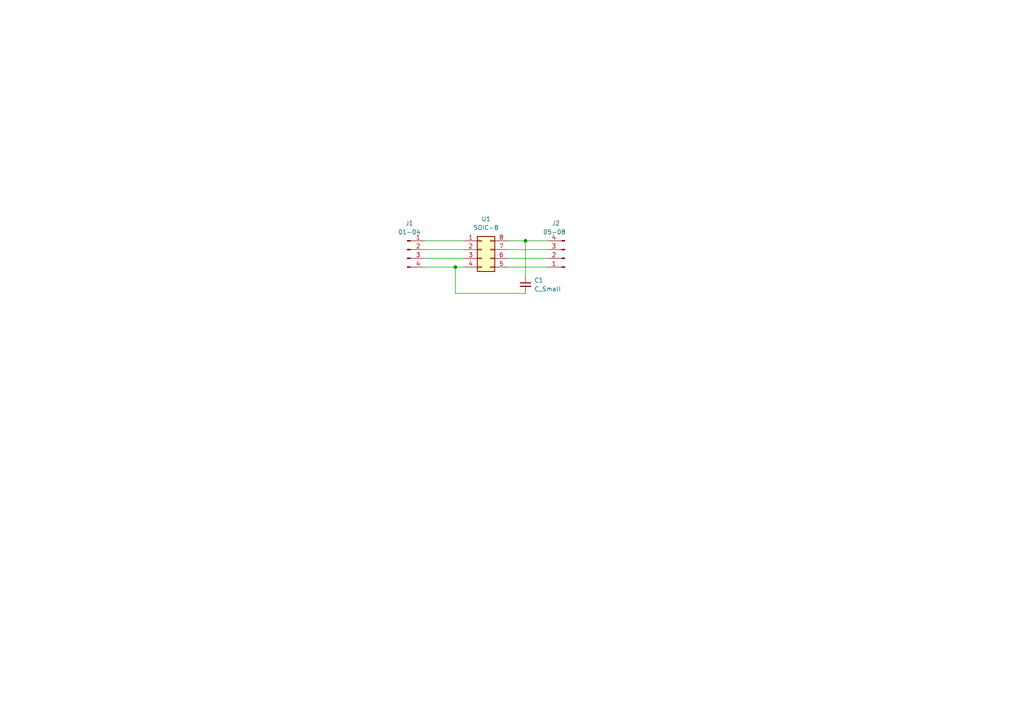
<source format=kicad_sch>
(kicad_sch (version 20211123) (generator eeschema)
  (paper "A4")
  (lib_symbols
    (symbol "Connector:Conn_01x04_Male" (pin_names (offset 1.016) hide)
      (property "Reference" "J" (at 0 5.08 0))
      (property "Value" "Conn_01x04_Male" (at 0 -7.62 0))
      (symbol "Conn_01x04_Male_1_1"
        (polyline (pts (xy 1.27 -5.08) (xy 0.8636 -5.08)) (stroke (width 0.1524)))
        (polyline (pts (xy 1.27 -2.54) (xy 0.8636 -2.54)) (stroke (width 0.1524)))
        (polyline (pts (xy 1.27 0) (xy 0.8636 0)) (stroke (width 0.1524)))
        (polyline (pts (xy 1.27 2.54) (xy 0.8636 2.54)) (stroke (width 0.1524)))
        (rectangle (start 0.8636 -4.953) (end 0 -5.207) (stroke (width 0.1524)) (fill (type outline)))
        (rectangle (start 0.8636 -2.413) (end 0 -2.667) (stroke (width 0.1524)) (fill (type outline)))
        (rectangle (start 0.8636 0.127) (end 0 -0.127) (stroke (width 0.1524)) (fill (type outline)))
        (rectangle (start 0.8636 2.667) (end 0 2.413) (stroke (width 0.1524)) (fill (type outline)))
        (pin passive line (at 5.08 2.54 180) (length 3.81) (name "Pin_1") (number "1"))
        (pin passive line (at 5.08 0 180) (length 3.81) (name "Pin_2") (number "2"))
        (pin passive line (at 5.08 -2.54 180) (length 3.81) (name "Pin_3") (number "3"))
        (pin passive line (at 5.08 -5.08 180) (length 3.81) (name "Pin_4") (number "4"))
      )
    )
    (symbol "Connector_Generic:Conn_02x04_Counter_Clockwise" (pin_names (offset 1.016) hide)
      (property "Reference" "J" (at 1.27 5.08 0))
      (property "Value" "Conn_02x04_Counter_Clockwise" (at 1.27 -7.62 0))
      (symbol "Conn_02x04_Counter_Clockwise_1_1"
        (rectangle (start -1.27 -4.953) (end 0 -5.207) (stroke (width 0.1524)))
        (rectangle (start -1.27 -2.413) (end 0 -2.667) (stroke (width 0.1524)))
        (rectangle (start -1.27 0.127) (end 0 -0.127) (stroke (width 0.1524)))
        (rectangle (start -1.27 2.667) (end 0 2.413) (stroke (width 0.1524)))
        (rectangle (start -1.27 3.81) (end 3.81 -6.35) (stroke (width 0.254)) (fill (type background)))
        (rectangle (start 3.81 -4.953) (end 2.54 -5.207) (stroke (width 0.1524)))
        (rectangle (start 3.81 -2.413) (end 2.54 -2.667) (stroke (width 0.1524)))
        (rectangle (start 3.81 0.127) (end 2.54 -0.127) (stroke (width 0.1524)))
        (rectangle (start 3.81 2.667) (end 2.54 2.413) (stroke (width 0.1524)))
        (pin passive line (at -5.08 2.54 0) (length 3.81) (name "Pin_1") (number "1"))
        (pin passive line (at -5.08 0 0) (length 3.81) (name "Pin_2") (number "2"))
        (pin passive line (at -5.08 -2.54 0) (length 3.81) (name "Pin_3") (number "3"))
        (pin passive line (at -5.08 -5.08 0) (length 3.81) (name "Pin_4") (number "4"))
        (pin passive line (at 7.62 -5.08 180) (length 3.81) (name "Pin_5") (number "5"))
        (pin passive line (at 7.62 -2.54 180) (length 3.81) (name "Pin_6") (number "6"))
        (pin passive line (at 7.62 0 180) (length 3.81) (name "Pin_7") (number "7"))
        (pin passive line (at 7.62 2.54 180) (length 3.81) (name "Pin_8") (number "8"))
      )
    )
    (symbol "Device:C_Small" (pin_numbers hide) (pin_names (offset 0.254) hide)
      (property "Reference" "C" (at 0.254 1.778 0))
      (property "Value" "C_Small" (at 0.254 -2.032 0))
      (symbol "C_Small_0_1"
        (polyline (pts (xy -1.524 -0.508) (xy 1.524 -0.508)) (stroke (width 0.3302)))
        (polyline (pts (xy -1.524 0.508) (xy 1.524 0.508)) (stroke (width 0.3048)))
      )
      (symbol "C_Small_1_1"
        (pin passive line (at 0 2.54 270) (length 2.032) (name "~") (number "1"))
        (pin passive line (at 0 -2.54 90) (length 2.032) (name "~") (number "2"))
      )
    )
  )
  (junction (at 132.08 77.47))
  (junction (at 152.4 69.85))
  (wire (pts (xy 123.19 69.85) (xy 134.62 69.85)))
  (wire (pts (xy 147.32 69.85) (xy 152.4 69.85)))
  (wire (pts (xy 123.19 74.93) (xy 134.62 74.93)))
  (wire (pts (xy 132.08 77.47) (xy 134.62 77.47)))
  (wire (pts (xy 132.08 85.09) (xy 132.08 77.47)))
  (wire (pts (xy 147.32 74.93) (xy 158.75 74.93)))
  (wire (pts (xy 152.4 85.09) (xy 132.08 85.09)))
  (wire (pts (xy 152.4 69.85) (xy 152.4 80.01)))
  (wire (pts (xy 147.32 72.39) (xy 158.75 72.39)))
  (wire (pts (xy 147.32 77.47) (xy 158.75 77.47)))
  (wire (pts (xy 152.4 69.85) (xy 158.75 69.85)))
  (wire (pts (xy 123.19 72.39) (xy 134.62 72.39)))
  (wire (pts (xy 123.19 77.47) (xy 132.08 77.47)))
  (symbol (lib_id "Connector:Conn_01x04_Male") (at 163.83 74.93 180) (unit 1)
    (property "Reference" "J2" (at 160.02 64.77 0) (effects (justify right)))
    (property "Value" "05-08" (at 157.48 67.31 0) (effects (justify right)))
    (property "Footprint" "SOIC8-DIP-Adapter:PinHeader_1x04_P2.54mm_Vertical_NoSilkscreen_AllRound" (effects hide))
  )
  (symbol (lib_id "Device:C_Small") (at 152.4 82.55 0) (unit 1)
    (property "Reference" "C1" (at 154.94 81.2862 0) (effects (justify left)))
    (property "Value" "C_Small" (at 154.94 83.8262 0) (effects (justify left)))
    (property "Footprint" "Capacitor_SMD:C_0603_1608Metric" (effects hide))
  )
  (symbol (lib_id "Connector:Conn_01x04_Male") (at 118.11 72.39 0) (unit 1)
    (property "Reference" "J1" (at 118.745 64.77 0))
    (property "Value" "01-04" (at 118.745 67.31 0))
    (property "Footprint" "SOIC8-DIP-Adapter:PinHeader_1x04_P2.54mm_Vertical_NoSilkscreen" (effects hide))
  )
  (symbol (lib_id "Connector_Generic:Conn_02x04_Counter_Clockwise") (at 139.7 72.39 0) (unit 1)
    (property "Reference" "U1" (at 140.97 63.5 0))
    (property "Value" "SOIC-8" (at 140.97 66.04 0))
    (property "Footprint" "Package_SO:SO-8_3.9x4.9mm_P1.27mm" (effects hide))
  )
)
</source>
